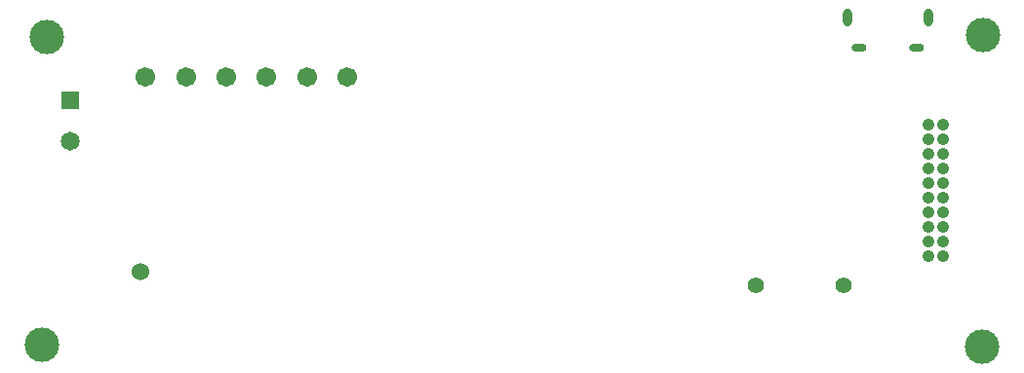
<source format=gbr>
%TF.GenerationSoftware,KiCad,Pcbnew,(6.0.9)*%
%TF.CreationDate,2022-12-21T09:32:13-07:00*%
%TF.ProjectId,Flight-Computer-Lite,466c6967-6874-42d4-936f-6d7075746572,rev?*%
%TF.SameCoordinates,Original*%
%TF.FileFunction,Soldermask,Bot*%
%TF.FilePolarity,Negative*%
%FSLAX46Y46*%
G04 Gerber Fmt 4.6, Leading zero omitted, Abs format (unit mm)*
G04 Created by KiCad (PCBNEW (6.0.9)) date 2022-12-21 09:32:13*
%MOMM*%
%LPD*%
G01*
G04 APERTURE LIST*
%ADD10C,3.000000*%
%ADD11C,1.066800*%
%ADD12O,1.300000X0.650000*%
%ADD13O,0.775000X1.550000*%
%ADD14R,1.650000X1.650000*%
%ADD15C,1.650000*%
%ADD16C,1.701800*%
%ADD17C,1.408000*%
%ADD18C,1.524000*%
G04 APERTURE END LIST*
D10*
%TO.C,H1*%
X235864400Y-106984800D03*
%TD*%
D11*
%TO.C,P2*%
X231230550Y-87706200D03*
X232500550Y-87706200D03*
X231230550Y-88976200D03*
X232500550Y-88976200D03*
X231230550Y-90246200D03*
X232500550Y-90246200D03*
X231230550Y-91516200D03*
X232500550Y-91516200D03*
X231230550Y-92786200D03*
X232500550Y-92786200D03*
X231230550Y-94056200D03*
X232500550Y-94056200D03*
X231230550Y-95326200D03*
X232500550Y-95326200D03*
X231230550Y-96596200D03*
X232500550Y-96596200D03*
X231230550Y-97866200D03*
X232500550Y-97866200D03*
X231230550Y-99136200D03*
X232500550Y-99136200D03*
%TD*%
D10*
%TO.C,H4*%
X154228800Y-106781600D03*
%TD*%
D12*
%TO.C,P3*%
X230185600Y-81021500D03*
D13*
X231185600Y-78321500D03*
X224185600Y-78321500D03*
D12*
X225185600Y-81021500D03*
%TD*%
D14*
%TO.C,P1*%
X156670400Y-85575200D03*
D15*
X156670400Y-89075200D03*
%TD*%
D16*
%TO.C,P4*%
X180758803Y-83500501D03*
X177258800Y-83500501D03*
X173758799Y-83500501D03*
X170258798Y-83500501D03*
X166758798Y-83500501D03*
X163258797Y-83500501D03*
%TD*%
D10*
%TO.C,H2*%
X235915200Y-79857600D03*
%TD*%
D17*
%TO.C,BZ1*%
X216265600Y-101625400D03*
X223865600Y-101625400D03*
%TD*%
D10*
%TO.C,H3*%
X154686000Y-80010000D03*
%TD*%
D18*
%TO.C,TP1*%
X162814000Y-100482400D03*
%TD*%
M02*

</source>
